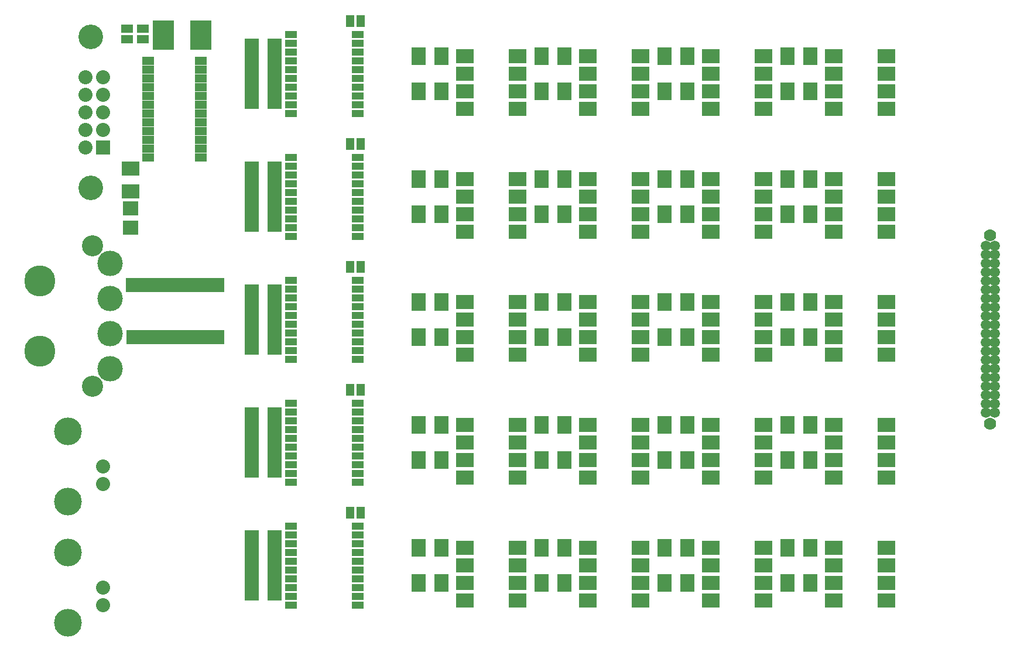
<source format=gts>
G04 (created by PCBNEW (2013-03-31 BZR 4008)-stable) date 12/04/2013 5:07:08 PM*
%MOIN*%
G04 Gerber Fmt 3.4, Leading zero omitted, Abs format*
%FSLAX34Y34*%
G01*
G70*
G90*
G04 APERTURE LIST*
%ADD10C,2.3622e-006*%
%ADD11C,0.1578*%
%ADD12C,0.08*%
%ADD13R,0.08X0.1*%
%ADD14R,0.1X0.08*%
%ADD15R,0.045X0.065*%
%ADD16R,0.065X0.045*%
%ADD17R,0.0909X0.0829*%
%ADD18R,0.1204X0.1676*%
%ADD19R,0.07X0.04*%
%ADD20R,0.0298X0.0791*%
%ADD21R,0.07X0.05*%
%ADD22C,0.14*%
%ADD23R,0.08X0.08*%
%ADD24C,0.07*%
%ADD25C,0.0594*%
%ADD26C,0.12*%
%ADD27C,0.1771*%
%ADD28C,0.145*%
G04 APERTURE END LIST*
G54D10*
G54D11*
X10100Y-31700D03*
X10100Y-35700D03*
G54D12*
X12100Y-34700D03*
X12100Y-33700D03*
G54D13*
X20550Y-39850D03*
X21850Y-39850D03*
X38350Y-38350D03*
X37050Y-38350D03*
X20550Y-38850D03*
X21850Y-38850D03*
X20550Y-40850D03*
X21850Y-40850D03*
X52350Y-40350D03*
X51050Y-40350D03*
X38350Y-31350D03*
X37050Y-31350D03*
X45350Y-31350D03*
X44050Y-31350D03*
X52350Y-33350D03*
X51050Y-33350D03*
X38350Y-40350D03*
X37050Y-40350D03*
X52350Y-38350D03*
X51050Y-38350D03*
X45350Y-38350D03*
X44050Y-38350D03*
X31350Y-40350D03*
X30050Y-40350D03*
X45350Y-40350D03*
X44050Y-40350D03*
X20550Y-24850D03*
X21850Y-24850D03*
X20550Y-25850D03*
X21850Y-25850D03*
X52350Y-26350D03*
X51050Y-26350D03*
X20550Y-23850D03*
X21850Y-23850D03*
X45350Y-17350D03*
X44050Y-17350D03*
X38350Y-17350D03*
X37050Y-17350D03*
X20550Y-16850D03*
X21850Y-16850D03*
X31350Y-17350D03*
X30050Y-17350D03*
X31350Y-12350D03*
X30050Y-12350D03*
X52350Y-10350D03*
X51050Y-10350D03*
X38350Y-12350D03*
X37050Y-12350D03*
X20550Y-12850D03*
X21850Y-12850D03*
X38350Y-19350D03*
X37050Y-19350D03*
X45350Y-19350D03*
X44050Y-19350D03*
X31350Y-24350D03*
X30050Y-24350D03*
X45350Y-24350D03*
X44050Y-24350D03*
X20550Y-19850D03*
X21850Y-19850D03*
X52350Y-19350D03*
X51050Y-19350D03*
X38350Y-24350D03*
X37050Y-24350D03*
X31350Y-19350D03*
X30050Y-19350D03*
X20550Y-17850D03*
X21850Y-17850D03*
X52350Y-17350D03*
X51050Y-17350D03*
X20550Y-18850D03*
X21850Y-18850D03*
X45350Y-12350D03*
X44050Y-12350D03*
X20550Y-10850D03*
X21850Y-10850D03*
X20550Y-11850D03*
X21850Y-11850D03*
X52350Y-12350D03*
X51050Y-12350D03*
X45350Y-10350D03*
X44050Y-10350D03*
X20550Y-9850D03*
X21850Y-9850D03*
X31350Y-10350D03*
X30050Y-10350D03*
X38350Y-10350D03*
X37050Y-10350D03*
X20550Y-33850D03*
X21850Y-33850D03*
X31350Y-33350D03*
X30050Y-33350D03*
X31350Y-38350D03*
X30050Y-38350D03*
G54D14*
X13650Y-16750D03*
X13650Y-18050D03*
G54D13*
X20550Y-26850D03*
X21850Y-26850D03*
X38350Y-26350D03*
X37050Y-26350D03*
X45350Y-33350D03*
X44050Y-33350D03*
X38350Y-33350D03*
X37050Y-33350D03*
X20550Y-37850D03*
X21850Y-37850D03*
X20550Y-32850D03*
X21850Y-32850D03*
X52350Y-24350D03*
X51050Y-24350D03*
X45350Y-26350D03*
X44050Y-26350D03*
X31350Y-26350D03*
X30050Y-26350D03*
X20550Y-31850D03*
X21850Y-31850D03*
X20550Y-30850D03*
X21850Y-30850D03*
X31350Y-31350D03*
X30050Y-31350D03*
X52350Y-31350D03*
X51050Y-31350D03*
G54D15*
X26150Y-22350D03*
X26750Y-22350D03*
X26150Y-36350D03*
X26750Y-36350D03*
G54D16*
X13457Y-8790D03*
X13457Y-9390D03*
G54D15*
X26150Y-29350D03*
X26750Y-29350D03*
X26150Y-15350D03*
X26750Y-15350D03*
G54D16*
X14357Y-8790D03*
X14357Y-9390D03*
G54D17*
X13650Y-18991D03*
X13650Y-20109D03*
G54D14*
X32700Y-31350D03*
X32700Y-32350D03*
X32700Y-33350D03*
X32700Y-34350D03*
X35700Y-34350D03*
X35700Y-33350D03*
X35700Y-32350D03*
X35700Y-31350D03*
X46700Y-38350D03*
X46700Y-39350D03*
X46700Y-40350D03*
X46700Y-41350D03*
X49700Y-41350D03*
X49700Y-40350D03*
X49700Y-39350D03*
X49700Y-38350D03*
X53700Y-24350D03*
X53700Y-25350D03*
X53700Y-26350D03*
X53700Y-27350D03*
X56700Y-27350D03*
X56700Y-26350D03*
X56700Y-25350D03*
X56700Y-24350D03*
X32700Y-17350D03*
X32700Y-18350D03*
X32700Y-19350D03*
X32700Y-20350D03*
X35700Y-20350D03*
X35700Y-19350D03*
X35700Y-18350D03*
X35700Y-17350D03*
X32700Y-24350D03*
X32700Y-25350D03*
X32700Y-26350D03*
X32700Y-27350D03*
X35700Y-27350D03*
X35700Y-26350D03*
X35700Y-25350D03*
X35700Y-24350D03*
X39700Y-38350D03*
X39700Y-39350D03*
X39700Y-40350D03*
X39700Y-41350D03*
X42700Y-41350D03*
X42700Y-40350D03*
X42700Y-39350D03*
X42700Y-38350D03*
X46700Y-24350D03*
X46700Y-25350D03*
X46700Y-26350D03*
X46700Y-27350D03*
X49700Y-27350D03*
X49700Y-26350D03*
X49700Y-25350D03*
X49700Y-24350D03*
X32700Y-38350D03*
X32700Y-39350D03*
X32700Y-40350D03*
X32700Y-41350D03*
X35700Y-41350D03*
X35700Y-40350D03*
X35700Y-39350D03*
X35700Y-38350D03*
X46700Y-17350D03*
X46700Y-18350D03*
X46700Y-19350D03*
X46700Y-20350D03*
X49700Y-20350D03*
X49700Y-19350D03*
X49700Y-18350D03*
X49700Y-17350D03*
X53700Y-17350D03*
X53700Y-18350D03*
X53700Y-19350D03*
X53700Y-20350D03*
X56700Y-20350D03*
X56700Y-19350D03*
X56700Y-18350D03*
X56700Y-17350D03*
X53700Y-10350D03*
X53700Y-11350D03*
X53700Y-12350D03*
X53700Y-13350D03*
X56700Y-13350D03*
X56700Y-12350D03*
X56700Y-11350D03*
X56700Y-10350D03*
X39700Y-17350D03*
X39700Y-18350D03*
X39700Y-19350D03*
X39700Y-20350D03*
X42700Y-20350D03*
X42700Y-19350D03*
X42700Y-18350D03*
X42700Y-17350D03*
X46700Y-31350D03*
X46700Y-32350D03*
X46700Y-33350D03*
X46700Y-34350D03*
X49700Y-34350D03*
X49700Y-33350D03*
X49700Y-32350D03*
X49700Y-31350D03*
X32700Y-10350D03*
X32700Y-11350D03*
X32700Y-12350D03*
X32700Y-13350D03*
X35700Y-13350D03*
X35700Y-12350D03*
X35700Y-11350D03*
X35700Y-10350D03*
X39700Y-31350D03*
X39700Y-32350D03*
X39700Y-33350D03*
X39700Y-34350D03*
X42700Y-34350D03*
X42700Y-33350D03*
X42700Y-32350D03*
X42700Y-31350D03*
X39700Y-10350D03*
X39700Y-11350D03*
X39700Y-12350D03*
X39700Y-13350D03*
X42700Y-13350D03*
X42700Y-12350D03*
X42700Y-11350D03*
X42700Y-10350D03*
X53700Y-31350D03*
X53700Y-32350D03*
X53700Y-33350D03*
X53700Y-34350D03*
X56700Y-34350D03*
X56700Y-33350D03*
X56700Y-32350D03*
X56700Y-31350D03*
G54D11*
X10100Y-38600D03*
X10100Y-42600D03*
G54D12*
X12100Y-41600D03*
X12100Y-40600D03*
G54D18*
X15537Y-9150D03*
X17663Y-9150D03*
G54D19*
X26600Y-13600D03*
X26600Y-13100D03*
X26600Y-12600D03*
X26600Y-12100D03*
X26600Y-11600D03*
X26600Y-11100D03*
X26600Y-10600D03*
X26600Y-10100D03*
X26600Y-9600D03*
X26600Y-9100D03*
X22800Y-9100D03*
X22800Y-9600D03*
X22800Y-10100D03*
X22800Y-10600D03*
X22800Y-11100D03*
X22800Y-11600D03*
X22800Y-12100D03*
X22800Y-12600D03*
X22800Y-13100D03*
X22800Y-13600D03*
G54D14*
X46700Y-10350D03*
X46700Y-11350D03*
X46700Y-12350D03*
X46700Y-13350D03*
X49700Y-13350D03*
X49700Y-12350D03*
X49700Y-11350D03*
X49700Y-10350D03*
G54D19*
X26600Y-20600D03*
X26600Y-20100D03*
X26600Y-19600D03*
X26600Y-19100D03*
X26600Y-18600D03*
X26600Y-18100D03*
X26600Y-17600D03*
X26600Y-17100D03*
X26600Y-16600D03*
X26600Y-16100D03*
X22800Y-16100D03*
X22800Y-16600D03*
X22800Y-17100D03*
X22800Y-17600D03*
X22800Y-18100D03*
X22800Y-18600D03*
X22800Y-19100D03*
X22800Y-19600D03*
X22800Y-20100D03*
X22800Y-20600D03*
X26600Y-27600D03*
X26600Y-27100D03*
X26600Y-26600D03*
X26600Y-26100D03*
X26600Y-25600D03*
X26600Y-25100D03*
X26600Y-24600D03*
X26600Y-24100D03*
X26600Y-23600D03*
X26600Y-23100D03*
X22800Y-23100D03*
X22800Y-23600D03*
X22800Y-24100D03*
X22800Y-24600D03*
X22800Y-25100D03*
X22800Y-25600D03*
X22800Y-26100D03*
X22800Y-26600D03*
X22800Y-27100D03*
X22800Y-27600D03*
G54D14*
X39700Y-24350D03*
X39700Y-25350D03*
X39700Y-26350D03*
X39700Y-27350D03*
X42700Y-27350D03*
X42700Y-26350D03*
X42700Y-25350D03*
X42700Y-24350D03*
G54D20*
X18857Y-23374D03*
X18660Y-23374D03*
X18463Y-23374D03*
X18267Y-23374D03*
X18070Y-23374D03*
X17873Y-23374D03*
X17676Y-23374D03*
X17479Y-23374D03*
X17282Y-23374D03*
X17085Y-23374D03*
X16889Y-23374D03*
X16692Y-23374D03*
X16495Y-23374D03*
X16298Y-23374D03*
X16101Y-23374D03*
X15904Y-23374D03*
X15707Y-23374D03*
X15511Y-23374D03*
X15314Y-23374D03*
X15117Y-23374D03*
X14920Y-23374D03*
X14723Y-23374D03*
X14526Y-23374D03*
X14329Y-23374D03*
X14133Y-23374D03*
X13936Y-23374D03*
X13739Y-23374D03*
X13542Y-23374D03*
X13543Y-26326D03*
X13739Y-26326D03*
X13936Y-26326D03*
X14133Y-26326D03*
X14330Y-26326D03*
X14527Y-26326D03*
X14724Y-26326D03*
X14920Y-26326D03*
X15117Y-26326D03*
X15314Y-26326D03*
X15511Y-26326D03*
X15708Y-26326D03*
X15905Y-26326D03*
X16102Y-26326D03*
X16298Y-26326D03*
X16495Y-26326D03*
X16692Y-26326D03*
X16889Y-26326D03*
X17086Y-26326D03*
X17283Y-26326D03*
X17480Y-26326D03*
X17676Y-26326D03*
X17873Y-26326D03*
X18070Y-26326D03*
X18267Y-26326D03*
X18464Y-26326D03*
X18661Y-26326D03*
X18857Y-26326D03*
G54D19*
X26600Y-34600D03*
X26600Y-34100D03*
X26600Y-33600D03*
X26600Y-33100D03*
X26600Y-32600D03*
X26600Y-32100D03*
X26600Y-31600D03*
X26600Y-31100D03*
X26600Y-30600D03*
X26600Y-30100D03*
X22800Y-30100D03*
X22800Y-30600D03*
X22800Y-31100D03*
X22800Y-31600D03*
X22800Y-32100D03*
X22800Y-32600D03*
X22800Y-33100D03*
X22800Y-33600D03*
X22800Y-34100D03*
X22800Y-34600D03*
G54D14*
X53700Y-38350D03*
X53700Y-39350D03*
X53700Y-40350D03*
X53700Y-41350D03*
X56700Y-41350D03*
X56700Y-40350D03*
X56700Y-39350D03*
X56700Y-38350D03*
G54D19*
X26600Y-41600D03*
X26600Y-41100D03*
X26600Y-40600D03*
X26600Y-40100D03*
X26600Y-39600D03*
X26600Y-39100D03*
X26600Y-38600D03*
X26600Y-38100D03*
X26600Y-37600D03*
X26600Y-37100D03*
X22800Y-37100D03*
X22800Y-37600D03*
X22800Y-38100D03*
X22800Y-38600D03*
X22800Y-39100D03*
X22800Y-39600D03*
X22800Y-40100D03*
X22800Y-40600D03*
X22800Y-41100D03*
X22800Y-41600D03*
G54D15*
X26150Y-8350D03*
X26750Y-8350D03*
G54D21*
X14650Y-10600D03*
X14650Y-11100D03*
X17650Y-11100D03*
X17650Y-10600D03*
X14650Y-12100D03*
X14650Y-11600D03*
X14650Y-14100D03*
X14650Y-13600D03*
X14650Y-13100D03*
X14650Y-12600D03*
X17650Y-11600D03*
X17650Y-12100D03*
X17650Y-14100D03*
X17650Y-13600D03*
X17650Y-13100D03*
X17650Y-12600D03*
X14650Y-16100D03*
X14650Y-15600D03*
X14650Y-15100D03*
X14650Y-14600D03*
X17650Y-14600D03*
X17650Y-15100D03*
X17650Y-15600D03*
X17650Y-16100D03*
G54D22*
X11400Y-9250D03*
X11400Y-17850D03*
G54D23*
X12100Y-15550D03*
G54D12*
X11100Y-15550D03*
X12100Y-14550D03*
X11100Y-14550D03*
X12100Y-13550D03*
X11100Y-13550D03*
X12100Y-12550D03*
X11100Y-12550D03*
X12100Y-11550D03*
X11100Y-11550D03*
G54D24*
X62600Y-20525D03*
X62600Y-31275D03*
G54D25*
X62350Y-21650D03*
X62350Y-21150D03*
X62850Y-21150D03*
X62850Y-21650D03*
X62850Y-23150D03*
X62850Y-23650D03*
X62850Y-22650D03*
X62850Y-22150D03*
X62350Y-22150D03*
X62350Y-22650D03*
X62350Y-23650D03*
X62350Y-23150D03*
X62850Y-28650D03*
X62850Y-29150D03*
X62850Y-30150D03*
X62850Y-29650D03*
X62350Y-29650D03*
X62350Y-30150D03*
X62350Y-29150D03*
X62350Y-28650D03*
X62350Y-30650D03*
X62850Y-30650D03*
X62850Y-28150D03*
X62350Y-28150D03*
X62350Y-25150D03*
X62350Y-25650D03*
X62350Y-24650D03*
X62350Y-24150D03*
X62350Y-26150D03*
X62350Y-26650D03*
X62350Y-27650D03*
X62350Y-27150D03*
X62850Y-27150D03*
X62850Y-27650D03*
X62850Y-26650D03*
X62850Y-26150D03*
X62850Y-24150D03*
X62850Y-24650D03*
X62850Y-25650D03*
X62850Y-25150D03*
G54D26*
X11500Y-21150D03*
X11500Y-29150D03*
G54D27*
X8500Y-23150D03*
G54D28*
X12500Y-26150D03*
X12500Y-24150D03*
X12500Y-28150D03*
X12500Y-22150D03*
G54D27*
X8500Y-27150D03*
M02*

</source>
